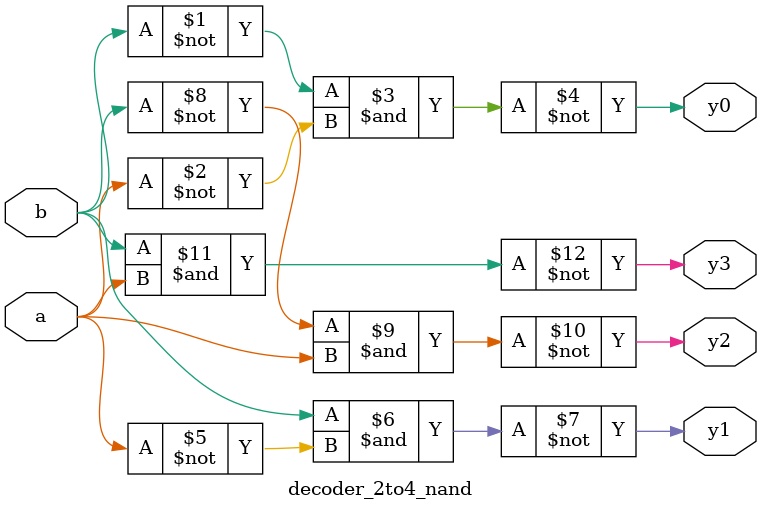
<source format=v>
module decoder_2to4_nand(a,b,y0,y1,y2,y3) ;
input a,b;
wire a,b;
output y0,y1,y2,y3;

assign y0=~(~b&~a);
assign y1=~(b&~a);
assign y2=~(~b&a);
assign y3=~(b&a);

endmodule
</source>
